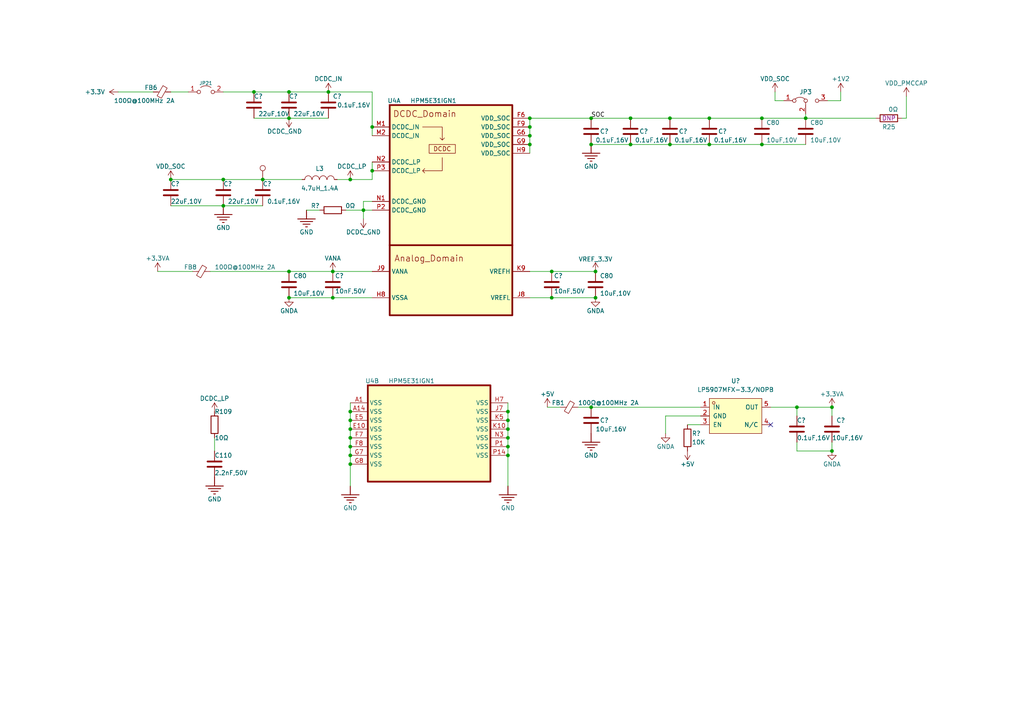
<source format=kicad_sch>
(kicad_sch (version 20230121) (generator eeschema)
  (paper "A4")
  (title_block (title "HPM5E00EVK") (date "2024-04-06") (rev "RevB") (comment 1 "MCU_POWER"))
  (junction (at 101.6 127))
  (junction (at 101.6 129.54))
  (junction (at 160.02 78.74))
  (junction (at 95.25 26.67))
  (junction (at 83.82 78.74))
  (junction (at 153.67 41.91))
  (junction (at 147.32 121.92))
  (junction (at 101.6 52.07))
  (junction (at 101.6 119.38))
  (junction (at 172.72 86.36))
  (junction (at 147.32 124.46))
  (junction (at 96.52 86.36))
  (junction (at 233.68 34.29))
  (junction (at 220.98 41.91))
  (junction (at 205.74 34.29))
  (junction (at 147.32 132.08))
  (junction (at 153.67 36.83))
  (junction (at 160.02 86.36))
  (junction (at 83.82 26.67))
  (junction (at 83.82 34.29))
  (junction (at 147.32 127))
  (junction (at 107.95 36.83))
  (junction (at 220.98 34.29))
  (junction (at 101.6 134.62))
  (junction (at 182.88 41.91))
  (junction (at 83.82 86.36))
  (junction (at 182.88 34.29))
  (junction (at 241.3 130.81))
  (junction (at 172.72 78.74))
  (junction (at 171.45 34.29))
  (junction (at 147.32 119.38))
  (junction (at 205.74 41.91))
  (junction (at 49.53 52.07))
  (junction (at 241.3 118.11))
  (junction (at 76.2 52.07))
  (junction (at 153.67 39.37))
  (junction (at 73.66 26.67))
  (junction (at 231.14 118.11))
  (junction (at 194.31 34.29))
  (junction (at 96.52 78.74))
  (junction (at 64.77 52.07))
  (junction (at 107.95 49.53))
  (junction (at 171.45 118.11))
  (junction (at 101.6 121.92))
  (junction (at 101.6 132.08))
  (junction (at 101.6 124.46))
  (junction (at 105.41 60.96))
  (junction (at 153.67 34.29))
  (junction (at 194.31 41.91))
  (junction (at 171.45 41.91))
  (junction (at 64.77 59.69))
  (junction (at 147.32 129.54))
  (no_connect (at 223.52 123.19))
  (wire (pts (xy 49.53 26.67) (xy 54.61 26.67)))
  (wire (pts (xy 158.75 118.11) (xy 162.56 118.11)))
  (wire (pts (xy 153.67 34.29) (xy 171.45 34.29)))
  (wire (pts (xy 100.33 60.96) (xy 105.41 60.96)))
  (wire (pts (xy 231.14 130.81) (xy 241.3 130.81)))
  (wire (pts (xy 227.33 29.21) (xy 224.79 29.21)))
  (wire (pts (xy 88.9 60.96) (xy 92.71 60.96)))
  (wire (pts (xy 167.64 118.11) (xy 171.45 118.11)))
  (wire (pts (xy 147.32 127) (xy 147.32 129.54)))
  (wire (pts (xy 171.45 34.29) (xy 182.88 34.29)))
  (wire (pts (xy 194.31 34.29) (xy 182.88 34.29)))
  (wire (pts (xy 231.14 128.27) (xy 231.14 130.81)))
  (wire (pts (xy 101.6 124.46) (xy 101.6 127)))
  (wire (pts (xy 147.32 116.84) (xy 147.32 119.38)))
  (wire (pts (xy 107.95 46.99) (xy 107.95 49.53)))
  (wire (pts (xy 160.02 86.36) (xy 172.72 86.36)))
  (wire (pts (xy 83.82 34.29) (xy 95.25 34.29)))
  (wire (pts (xy 96.52 86.36) (xy 107.95 86.36)))
  (wire (pts (xy 60.96 78.74) (xy 83.82 78.74)))
  (wire (pts (xy 153.67 78.74) (xy 160.02 78.74)))
  (wire (pts (xy 107.95 49.53) (xy 107.95 52.07)))
  (wire (pts (xy 49.53 52.07) (xy 64.77 52.07)))
  (wire (pts (xy 194.31 41.91) (xy 182.88 41.91)))
  (wire (pts (xy 107.95 26.67) (xy 107.95 36.83)))
  (wire (pts (xy 101.6 116.84) (xy 101.6 119.38)))
  (wire (pts (xy 76.2 52.07) (xy 87.63 52.07)))
  (wire (pts (xy 262.89 27.94) (xy 262.89 34.29)))
  (wire (pts (xy 64.77 59.69) (xy 76.2 59.69)))
  (wire (pts (xy 105.41 60.96) (xy 105.41 63.5)))
  (wire (pts (xy 97.79 52.07) (xy 101.6 52.07)))
  (wire (pts (xy 105.41 60.96) (xy 105.41 58.42)))
  (wire (pts (xy 171.45 118.11) (xy 203.2 118.11)))
  (wire (pts (xy 205.74 41.91) (xy 220.98 41.91)))
  (wire (pts (xy 147.32 129.54) (xy 147.32 132.08)))
  (wire (pts (xy 49.53 59.69) (xy 64.77 59.69)))
  (wire (pts (xy 243.84 26.67) (xy 243.84 29.21)))
  (wire (pts (xy 224.79 26.67) (xy 224.79 29.21)))
  (wire (pts (xy 101.6 132.08) (xy 101.6 134.62)))
  (wire (pts (xy 241.3 120.65) (xy 241.3 118.11)))
  (wire (pts (xy 83.82 86.36) (xy 96.52 86.36)))
  (wire (pts (xy 147.32 132.08) (xy 147.32 140.97)))
  (wire (pts (xy 96.52 78.74) (xy 107.95 78.74)))
  (wire (pts (xy 153.67 34.29) (xy 153.67 36.83)))
  (wire (pts (xy 231.14 118.11) (xy 231.14 120.65)))
  (wire (pts (xy 73.66 34.29) (xy 83.82 34.29)))
  (wire (pts (xy 220.98 34.29) (xy 233.68 34.29)))
  (wire (pts (xy 105.41 60.96) (xy 107.95 60.96)))
  (wire (pts (xy 233.68 33.02) (xy 233.68 34.29)))
  (wire (pts (xy 101.6 129.54) (xy 101.6 132.08)))
  (wire (pts (xy 95.25 26.67) (xy 107.95 26.67)))
  (wire (pts (xy 153.67 41.91) (xy 153.67 44.45)))
  (wire (pts (xy 101.6 121.92) (xy 101.6 124.46)))
  (wire (pts (xy 241.3 128.27) (xy 241.3 130.81)))
  (wire (pts (xy 45.72 78.74) (xy 55.88 78.74)))
  (wire (pts (xy 101.6 127) (xy 101.6 129.54)))
  (wire (pts (xy 160.02 78.74) (xy 172.72 78.74)))
  (wire (pts (xy 243.84 29.21) (xy 240.03 29.21)))
  (wire (pts (xy 62.23 130.81) (xy 62.23 127)))
  (wire (pts (xy 203.2 123.19) (xy 199.39 123.19)))
  (wire (pts (xy 107.95 36.83) (xy 107.95 39.37)))
  (wire (pts (xy 182.88 41.91) (xy 171.45 41.91)))
  (wire (pts (xy 223.52 118.11) (xy 231.14 118.11)))
  (wire (pts (xy 153.67 36.83) (xy 153.67 39.37)))
  (wire (pts (xy 220.98 41.91) (xy 233.68 41.91)))
  (wire (pts (xy 153.67 39.37) (xy 153.67 41.91)))
  (wire (pts (xy 153.67 86.36) (xy 160.02 86.36)))
  (wire (pts (xy 73.66 26.67) (xy 83.82 26.67)))
  (wire (pts (xy 83.82 26.67) (xy 95.25 26.67)))
  (wire (pts (xy 233.68 34.29) (xy 254 34.29)))
  (wire (pts (xy 193.04 120.65) (xy 193.04 125.73)))
  (wire (pts (xy 105.41 58.42) (xy 107.95 58.42)))
  (wire (pts (xy 231.14 118.11) (xy 241.3 118.11)))
  (wire (pts (xy 34.29 26.67) (xy 44.45 26.67)))
  (wire (pts (xy 203.2 120.65) (xy 193.04 120.65)))
  (wire (pts (xy 101.6 119.38) (xy 101.6 121.92)))
  (wire (pts (xy 83.82 78.74) (xy 96.52 78.74)))
  (wire (pts (xy 194.31 41.91) (xy 205.74 41.91)))
  (wire (pts (xy 147.32 119.38) (xy 147.32 121.92)))
  (wire (pts (xy 147.32 121.92) (xy 147.32 124.46)))
  (wire (pts (xy 64.77 52.07) (xy 76.2 52.07)))
  (wire (pts (xy 64.77 26.67) (xy 73.66 26.67)))
  (wire (pts (xy 261.62 34.29) (xy 262.89 34.29)))
  (wire (pts (xy 194.31 34.29) (xy 205.74 34.29)))
  (wire (pts (xy 205.74 34.29) (xy 220.98 34.29)))
  (wire (pts (xy 147.32 124.46) (xy 147.32 127)))
  (wire (pts (xy 101.6 134.62) (xy 101.6 140.97)))
  (wire (pts (xy 101.6 52.07) (xy 107.95 52.07)))
  (label "SOC" (at 171.45 34.29 0))
  (symbol (lib_id "02_HPM_Resistor:0Ω_0603") (at 257.81 34.29 0) (unit 1)
    (property "Reference" "R25" (at 257.81 36.83 0))
    (property "Value" "0Ω" (at 259.08 31.75 0))
    (property "Footprint" "02_HPM_Resistor:R_0603_1608Metric" (effects hide))
    (property "Model" "0603WAF0000T5E" (effects hide))
    (property "Company" "UNI-ROYAL(厚声)" (effects hide))
    (property "ASSY_OPT" "DNP" (at 257.81 34.29 0))
  )
  (symbol (lib_id "03_HPM_Capacitance:10nF,50V_0402") (at 96.52 82.55 0) (unit 1)
    (property "Reference" "C?" (at 97.155 80.01 0) (effects (justify left)))
    (property "Value" "10nF,50V" (at 97.155 84.455 0) (effects (justify left)))
    (property "Footprint" "03_HPM_Capacitance:C_0402_1005Metric" (effects hide))
    (property "Model" " CL05B103KB5NNNC" (effects hide))
    (property "Company" "SAMSUNG(三星)" (effects hide))
    (instances (project "HPM5E00EVKRevC" (path "" (reference "C?") (unit 1)) (path "" (reference "C?") (unit 1)) (path "" (reference "C?") (unit 1)) (path "" (reference "C145") (unit 1)) (path "" (reference "C107") (unit 1))))
  )
  (symbol (lib_id "00_HPM_power:GND") (at 101.6 140.97 0) (unit 1)
    (property "Reference" "#PWR?" (effects hide))
    (property "Value" "GND" (at 101.6 147.32 0))
    (instances (project "HPM5300-POWER" (path "" (reference "#PWR?") (unit 1))) (project "HPM6E00 SKT Board BGA289_BDIF REVA" (path "" (reference "#PWR?") (unit 1))) (project "HPM5E00EVKRevC" (path "" (reference "#PWR0159") (unit 1))) (project "HPM5300 SKT Board LQFP100 REVA" (path "" (reference "#PWR?") (unit 1))))
  )
  (symbol (lib_id "00_HPM_power:GND") (at 171.45 125.73 0) (unit 1)
    (property "Reference" "#PWR?" (effects hide))
    (property "Value" "GND" (at 171.45 132.08 0))
    (instances (project "HPM5300-POWER" (path "" (reference "#PWR?") (unit 1))) (project "HPM6E00 SKT Board BGA289_BDIF REVA" (path "" (reference "#PWR?") (unit 1))) (project "HPM5E00EVKRevC" (path "" (reference "#PWR0288") (unit 1))) (project "HPM5300 SKT Board LQFP100 REVA" (path "" (reference "#PWR?") (unit 1))))
  )
  (symbol (lib_id "power:+3.3VA") (at 241.3 118.11 0) (unit 1)
    (property "Reference" "#PWR?" (effects hide))
    (property "Value" "+3.3VA" (at 241.3 114.3 0))
    (instances (project "HPM5300-POWER" (path "" (reference "#PWR?") (unit 1))) (project "HPM6E00 SKT Board BGA289_BDIF REVA" (path "" (reference "#PWR?") (unit 1))) (project "HPM5E00EVKRevC" (path "" (reference "#PWR02") (unit 1)) (path "" (reference "#PWR0287") (unit 1))) (project "HPM5300 SKT Board LQFP100 REVA" (path "" (reference "#PWR?") (unit 1))))
  )
  (symbol (lib_id "01-HPM-Peripheral:TestPoint-0.5mm") (at 76.2 52.07 0) (unit 1)
    (property "Reference" "TP58" (effects hide))
    (property "Value" "0.5mm" (effects hide))
    (property "Footprint" "01_HPM_Peripheral:TestPoint_Pad_D0.5mm" (effects hide))
  )
  (symbol (lib_id "03_HPM_Capacitance:22uF,10V_0603") (at 73.66 30.48 0) (unit 1)
    (property "Reference" "C?" (at 73.66 27.94 0) (effects (justify left)))
    (property "Value" "22uF,10V" (at 74.93 33.02 0) (effects (justify left)))
    (property "Footprint" "03_HPM_Capacitance:C_0603_1608Metric" (effects hide))
    (property "Model" " CL10A226MP8NUNE" (effects hide))
    (property "Company" " SAMSUNG(三星)" (effects hide))
    (instances (project "HPM6E00 SKT Board BGA289_BDIF REVA" (path "" (reference "C?") (unit 1))) (project "HPM5E00EVKRevC" (path "" (reference "C96") (unit 1))))
  )
  (symbol (lib_id "98_POWER:DCDC_GND") (at 83.82 34.29 0) (mirror x) (unit 1)
    (property "Reference" "#PWR?" (effects hide))
    (property "Value" "DCDC_GND" (at 82.55 38.1 0))
    (instances (project "HPM6E00 SKT Board BGA289_BDIF REVA" (path "" (reference "#PWR?") (unit 1))) (project "HPM5E00EVKRevC" (path "" (reference "#PWR0146") (unit 1))))
  )
  (symbol (lib_id "03_HPM_Capacitance:0.1uF,16V_0402") (at 231.14 124.46 0) (unit 1)
    (property "Reference" "C?" (at 231.14 121.92 0) (effects (justify left)))
    (property "Value" "0.1uF,16V" (at 231.14 127 0) (effects (justify left)))
    (property "Footprint" "03_HPM_Capacitance:C_0402_1005Metric" (effects hide))
    (property "Model" "CL05B104KO5NNNC" (effects hide))
    (property "Company" "SAMSUNG(三星)" (effects hide))
    (instances (project "HPM5300-POWER" (path "" (reference "C?") (unit 1))) (project "HPM6E00 SKT Board BGA289_BDIF REVA" (path "" (reference "C?") (unit 1))) (project "HPM5E00EVKRevC" (path "" (reference "C6") (unit 1)) (path "" (reference "C154") (unit 1))) (project "HPM5300 SKT Board LQFP100 REVA" (path "" (reference "C?") (unit 1))))
  )
  (symbol (lib_id "00_HPM_power:+3.3V") (at 34.29 26.67 90) (unit 1)
    (property "Reference" "#PWR?" (effects hide))
    (property "Value" "+3.3V" (at 30.48 26.67 90) (effects (justify left)))
    (instances (project "HPM5300-POWER" (path "" (reference "#PWR?") (unit 1))) (project "HPM6E00 SKT Board BGA289_BDIF REVA" (path "" (reference "#PWR?") (unit 1))) (project "HPM5E00EVKRevC" (path "" (reference "#PWR0144") (unit 1))) (project "HPM5300 SKT Board LQFP100 REVA" (path "" (reference "#PWR?") (unit 1))))
  )
  (symbol (lib_id "03_HPM_Capacitance:0.1uF,16V_0402") (at 182.88 38.1 0) (unit 1)
    (property "Reference" "C?" (at 185.42 38.1 0) (effects (justify left)))
    (property "Value" "0.1uF,16V" (at 184.15 40.64 0) (effects (justify left)))
    (property "Footprint" "03_HPM_Capacitance:C_0402_1005Metric" (effects hide))
    (property "Model" "CL05B104KO5NNNC" (effects hide))
    (property "Company" "SAMSUNG(三星)" (effects hide))
    (instances (project "HPM5300-POWER" (path "" (reference "C?") (unit 1))) (project "HPM6E00 SKT Board BGA289_BDIF REVA" (path "" (reference "C?") (unit 1))) (project "HPM5E00EVKRevC" (path "" (reference "C93") (unit 1))) (project "HPM5300 SKT Board LQFP100 REVA" (path "" (reference "C?") (unit 1))))
  )
  (symbol (lib_id "03_HPM_Capacitance:0.1uF,16V_0402") (at 171.45 38.1 0) (unit 1)
    (property "Reference" "C?" (at 173.99 38.1 0) (effects (justify left)))
    (property "Value" "0.1uF,16V" (at 172.72 40.64 0) (effects (justify left)))
    (property "Footprint" "03_HPM_Capacitance:C_0402_1005Metric" (effects hide))
    (property "Model" "CL05B104KO5NNNC" (effects hide))
    (property "Company" "SAMSUNG(三星)" (effects hide))
    (instances (project "HPM5300-POWER" (path "" (reference "C?") (unit 1))) (project "HPM6E00 SKT Board BGA289_BDIF REVA" (path "" (reference "C?") (unit 1))) (project "HPM5E00EVKRevC" (path "" (reference "C92") (unit 1))) (project "HPM5300 SKT Board LQFP100 REVA" (path "" (reference "C?") (unit 1))))
  )
  (symbol (lib_id "03_HPM_Capacitance:10uF,16V_0603") (at 241.3 124.46 0) (unit 1)
    (property "Reference" "C?" (at 242.57 121.92 0) (effects (justify left)))
    (property "Value" "10uF,16V" (at 241.3 127 0) (effects (justify left)))
    (property "Footprint" "03_HPM_Capacitance:C_0603_1608Metric" (effects hide))
    (property "Model" "CL10A106KO8NQNC" (effects hide))
    (property "Company" " SAMSUNG(三星)" (effects hide))
    (instances (project "HPM5300-POWER" (path "" (reference "C?") (unit 1))) (project "HPM6E00 SKT Board BGA289_BDIF REVA" (path "" (reference "C?") (unit 1))) (project "HPM5E00EVKRevC" (path "" (reference "C7") (unit 1)) (path "" (reference "C155") (unit 1))) (project "HPM5300 SKT Board LQFP100 REVA" (path "" (reference "C?") (unit 1))))
  )
  (symbol (lib_id "98_POWER:VDD_SOC") (at 224.79 26.67 0) (unit 1)
    (property "Reference" "#VDD_SOC_PWR?" (effects hide))
    (property "Value" "VDD_SOC" (at 224.79 22.86 0))
    (instances (project "HPM5300-POWER" (path "" (reference "#VDD_SOC_PWR?") (unit 1))) (project "HPM6E00 SKT Board BGA289_BDIF REVA" (path "" (reference "#VDD_SOC_PWR?") (unit 1))) (project "HPM5E00EVKRevC" (path "" (reference "#VDD_SOC_PWR03") (unit 1))) (project "HPM5300 SKT Board LQFP100 REVA" (path "" (reference "#VDD_SOC_PWR?") (unit 1))))
  )
  (symbol (lib_id "98_POWER:VDD_SOC") (at 49.53 52.07 0) (unit 1)
    (property "Reference" "#VDD_SOC_PWR?" (effects hide))
    (property "Value" "VDD_SOC" (at 49.53 48.26 0))
    (instances (project "HPM5300-POWER" (path "" (reference "#VDD_SOC_PWR?") (unit 1))) (project "HPM6E00 SKT Board BGA289_BDIF REVA" (path "" (reference "#VDD_SOC_PWR?") (unit 1))) (project "HPM5E00EVKRevC" (path "" (reference "#VDD_SOC_PWR01") (unit 1))) (project "HPM5300 SKT Board LQFP100 REVA" (path "" (reference "#VDD_SOC_PWR?") (unit 1))))
  )
  (symbol (lib_id "98_POWER:DCDC_GND") (at 105.41 63.5 0) (mirror x) (unit 1)
    (property "Reference" "#PWR?" (effects hide))
    (property "Value" "DCDC_GND" (at 105.41 67.31 0))
    (instances (project "HPM6E00 SKT Board BGA289_BDIF REVA" (path "" (reference "#PWR?") (unit 1))) (project "HPM5E00EVKRevC" (path "" (reference "#PWR0151") (unit 1))))
  )
  (symbol (lib_id "00_HPM_power:+5V") (at 199.39 130.81 180) (unit 1)
    (property "Reference" "#PWR?" (effects hide))
    (property "Value" "+5V" (at 199.39 134.62 0))
    (instances (project "HPM5300-POWER" (path "" (reference "#PWR?") (unit 1))) (project "HPM6E00 SKT Board BGA289_BDIF REVA" (path "" (reference "#PWR?") (unit 1))) (project "HPM5E00EVKRevC" (path "" (reference "#PWR010") (unit 1)) (path "" (reference "#PWR0289") (unit 1))) (project "HPM5300 SKT Board LQFP100 REVA" (path "" (reference "#PWR?") (unit 1))))
  )
  (symbol (lib_id "98_POWER:DCDC_LP") (at 101.6 52.07 0) (unit 1)
    (property "Reference" "#PWR?" (effects hide))
    (property "Value" "DCDC_LP" (at 97.79 48.26 0) (effects (justify left)))
    (instances (project "HPM6E00 SKT Board BGA289_BDIF REVA" (path "" (reference "#PWR?") (unit 1))) (project "HPM5E00EVKRevC" (path "" (reference "#PWR0148") (unit 1))))
  )
  (symbol (lib_name "Jumper_3_Bridged12_1") (lib_id "01-HPM-Peripheral:Jumper_3_Bridged12") (at 233.68 29.21 0) (unit 1)
    (property "Reference" "JP3" (at 233.68 26.67 0))
    (property "Value" "Jumper_3_Bridged12" (effects hide))
    (property "Footprint" "05_HPM_Connector_PinHeader:PinHeader_1x03_P2.54mm_Vertical" (effects hide))
    (property "Model" "跳帽(2-3)" (effects hide))
  )
  (symbol (lib_id "00_HPM_power:GNDA") (at 241.3 130.81 0) (unit 1)
    (property "Reference" "#PWR?" (effects hide))
    (property "Value" "GNDA" (at 241.3 134.62 0))
    (instances (project "HPM5300-POWER" (path "" (reference "#PWR?") (unit 1))) (project "HPM6E00 SKT Board BGA289_BDIF REVA" (path "" (reference "#PWR?") (unit 1))) (project "HPM5E00EVKRevC" (path "" (reference "#PWR011") (unit 1)) (path "" (reference "#PWR0290") (unit 1))) (project "HPM5300 SKT Board LQFP100 REVA" (path "" (reference "#PWR?") (unit 1))))
  )
  (symbol (lib_id "03_HPM_Capacitance:10uF,10V_0402") (at 220.98 38.1 0) (unit 1)
    (property "Reference" "C80" (at 222.25 35.56 0) (effects (justify left)))
    (property "Value" "10uF,10V" (at 222.25 40.64 0) (effects (justify left)))
    (property "Footprint" "03_HPM_Capacitance:C_0402_1005Metric" (effects hide))
    (property "Model" "CL05A106MP5NUNC" (effects hide))
    (property "Company" " SAMSUNG(三星)" (effects hide))
    (instances (project "HPM5E00EVKRevC" (path "" (reference "C80") (unit 1)) (path "" (reference "C28") (unit 1))))
  )
  (symbol (lib_id "07_HPM_Inductance:磁珠-100Ω@100MHz_2A_0603") (at 162.56 118.11 0) (unit 1)
    (property "Reference" "FB1" (at 160.02 116.84 0) (effects (justify left)))
    (property "Value" "100Ω@100MHz 2A" (at 167.64 116.84 0) (effects (justify left)))
    (property "Footprint" "02_HPM_Resistor:R_0603_1608Metric" (effects hide))
    (property "Model" "PZ1608D101-2R0TF" (effects hide))
    (property "Company" " Sunlord(顺络)" (effects hide))
    (instances (project "HPM5E00EVKRevC" (path "" (reference "FB1") (unit 1)) (path "" (reference "FB5") (unit 1))))
  )
  (symbol (lib_id "00_HPM_power:GND") (at 88.9 60.96 0) (unit 1)
    (property "Reference" "#PWR?" (effects hide))
    (property "Value" "GND" (at 88.9 67.31 0))
    (instances (project "HPM5300-POWER" (path "" (reference "#PWR?") (unit 1))) (project "HPM6E00 SKT Board BGA289_BDIF REVA" (path "" (reference "#PWR?") (unit 1))) (project "HPM5E00EVKRevC" (path "" (reference "#PWR0152") (unit 1))) (project "HPM5300 SKT Board LQFP100 REVA" (path "" (reference "#PWR?") (unit 1))))
  )
  (symbol (lib_id "03_HPM_Capacitance:22uF,10V_0603") (at 49.53 55.88 0) (unit 1)
    (property "Reference" "C?" (at 49.53 53.34 0) (effects (justify left)))
    (property "Value" "22uF,10V" (at 49.53 58.42 0) (effects (justify left)))
    (property "Footprint" "03_HPM_Capacitance:C_0603_1608Metric" (effects hide))
    (property "Model" " CL10A226MP8NUNE" (effects hide))
    (property "Company" " SAMSUNG(三星)" (effects hide))
    (instances (project "HPM6E00 SKT Board BGA289_BDIF REVA" (path "" (reference "C?") (unit 1))) (project "HPM5E00EVKRevC" (path "" (reference "C111") (unit 1))))
  )
  (symbol (lib_id "07_HPM_Inductance:4.7uH_1.4A") (at 92.71 52.07 0) (unit 1)
    (property "Reference" "L3" (at 92.71 48.895 0))
    (property "Value" "4.7uH_1.4A" (at 92.71 54.61 0))
    (property "Footprint" "07_HPM_Inductance:L1008" (effects hide))
    (property "Model" "DFE252010F-4R7M" (effects hide))
    (property "Company" "muRata(村田)" (effects hide))
  )
  (symbol (lib_id "02_HPM_Resistor:10K_0402") (at 199.39 127 90) (unit 1)
    (property "Reference" "R?" (at 200.66 125.73 90) (effects (justify right)))
    (property "Value" "10K" (at 200.66 128.27 90) (effects (justify right)))
    (property "Footprint" "02_HPM_Resistor:R_0402_1005Metric" (effects hide))
    (property "Model" "0402WGF1002TCE" (effects hide))
    (property "Company" "UNI-ROYAL(厚声)" (effects hide))
    (instances (project "HPM5300-POWER" (path "" (reference "R?") (unit 1))) (project "HPM6E00 SKT Board BGA289_BDIF REVA" (path "" (reference "R?") (unit 1))) (project "HPM5E00EVKRevC" (path "" (reference "R1") (unit 1)) (path "" (reference "R23") (unit 1))) (project "HPM5300 SKT Board LQFP100 REVA" (path "" (reference "R?") (unit 1))))
  )
  (symbol (lib_id "00_HPM_power:GND") (at 62.23 138.43 0) (unit 1)
    (property "Reference" "#PWR?" (effects hide))
    (property "Value" "GND" (at 62.23 144.78 0))
    (instances (project "HPM5300-POWER" (path "" (reference "#PWR?") (unit 1))) (project "HPM6E00 SKT Board BGA289_BDIF REVA" (path "" (reference "#PWR?") (unit 1))) (project "HPM5E00EVKRevC" (path "" (reference "#PWR0283") (unit 1))) (project "HPM5300 SKT Board LQFP100 REVA" (path "" (reference "#PWR?") (unit 1))))
  )
  (symbol (lib_id "98_POWER:DCDC_LP") (at 62.23 119.38 0) (unit 1)
    (property "Reference" "#PWR?" (effects hide))
    (property "Value" "DCDC_LP" (at 62.23 115.57 0))
    (instances (project "HPM6E00 SKT Board BGA289_BDIF REVA" (path "" (reference "#PWR?") (unit 1))) (project "HPM5E00EVKRevC" (path "" (reference "#PWR0284") (unit 1))))
  )
  (symbol (lib_id "03_HPM_Capacitance:10uF,10V_0402") (at 233.68 38.1 0) (unit 1)
    (property "Reference" "C80" (at 234.95 35.56 0) (effects (justify left)))
    (property "Value" "10uF,10V" (at 234.95 40.64 0) (effects (justify left)))
    (property "Footprint" "03_HPM_Capacitance:C_0402_1005Metric" (effects hide))
    (property "Model" "CL05A106MP5NUNC" (effects hide))
    (property "Company" " SAMSUNG(三星)" (effects hide))
    (instances (project "HPM5E00EVKRevC" (path "" (reference "C80") (unit 1)) (path "" (reference "C18") (unit 1))))
  )
  (symbol (lib_id "03_HPM_Capacitance:22uF,10V_0603") (at 83.82 30.48 0) (unit 1)
    (property "Reference" "C?" (at 83.82 27.94 0) (effects (justify left)))
    (property "Value" "22uF,10V" (at 85.09 33.02 0) (effects (justify left)))
    (property "Footprint" "03_HPM_Capacitance:C_0603_1608Metric" (effects hide))
    (property "Model" " CL10A226MP8NUNE" (effects hide))
    (property "Company" " SAMSUNG(三星)" (effects hide))
    (instances (project "HPM6E00 SKT Board BGA289_BDIF REVA" (path "" (reference "C?") (unit 1))) (project "HPM5E00EVKRevC" (path "" (reference "C90") (unit 1))))
  )
  (symbol (lib_id "00_HPM700_Library:HPM5E31IGN1") (at 106.68 111.76 0) (unit 2)
    (property "Reference" "U4" (at 107.95 110.49 0))
    (property "Value" "HPM5E31IGN1" (at 119.38 110.49 0))
    (property "Footprint" "00_HPM_Library:BGA-196_14x14_12.0x12.0mm_P0.8mm" (effects hide))
  )
  (symbol (lib_id "00_HPM_power:+1V2") (at 243.84 26.67 0) (unit 1)
    (property "Reference" "#PWR0254" (effects hide))
    (property "Value" "+1V2" (at 243.84 22.86 0))
    (instances (project "HPM5E00EVKRevC" (path "" (reference "#PWR0254") (unit 1)) (path "" (reference "#PWR0278") (unit 1))))
  )
  (symbol (lib_id "07_HPM_Inductance:磁珠-100Ω@100MHz_2A_0603") (at 44.45 26.67 0) (unit 1)
    (property "Reference" "FB6" (at 41.91 25.4 0) (effects (justify left)))
    (property "Value" "100Ω@100MHz 2A" (at 33.02 29.21 0) (effects (justify left)))
    (property "Footprint" "02_HPM_Resistor:R_0603_1608Metric" (effects hide))
    (property "Model" "PZ1608D101-2R0TF" (effects hide))
    (property "Company" " Sunlord(顺络)" (effects hide))
  )
  (symbol (lib_id "power:+3.3VA") (at 45.72 78.74 0) (unit 1)
    (property "Reference" "#PWR?" (effects hide))
    (property "Value" "+3.3VA" (at 45.72 74.93 0))
    (instances (project "HPM5300-POWER" (path "" (reference "#PWR?") (unit 1))) (project "HPM6E00 SKT Board BGA289_BDIF REVA" (path "" (reference "#PWR?") (unit 1))) (project "HPM5E00EVKRevC" (path "" (reference "#PWR02") (unit 1)) (path "" (reference "#PWR0153") (unit 1))) (project "HPM5300 SKT Board LQFP100 REVA" (path "" (reference "#PWR?") (unit 1))))
  )
  (symbol (lib_id "00_HPM_power:GND") (at 64.77 59.69 0) (unit 1)
    (property "Reference" "#PWR?" (effects hide))
    (property "Value" "GND" (at 64.77 66.04 0))
    (instances (project "HPM5300-POWER" (path "" (reference "#PWR?") (unit 1))) (project "HPM6E00 SKT Board BGA289_BDIF REVA" (path "" (reference "#PWR?") (unit 1))) (project "HPM5E00EVKRevC" (path "" (reference "#PWR0149") (unit 1))) (project "HPM5300 SKT Board LQFP100 REVA" (path "" (reference "#PWR?") (unit 1))))
  )
  (symbol (lib_id "03_HPM_Capacitance:0.1uF,16V_0402") (at 205.74 38.1 0) (unit 1)
    (property "Reference" "C?" (at 208.28 38.1 0) (effects (justify left)))
    (property "Value" "0.1uF,16V" (at 207.01 40.64 0) (effects (justify left)))
    (property "Footprint" "03_HPM_Capacitance:C_0402_1005Metric" (effects hide))
    (property "Model" "CL05B104KO5NNNC" (effects hide))
    (property "Company" "SAMSUNG(三星)" (effects hide))
    (instances (project "HPM5300-POWER" (path "" (reference "C?") (unit 1))) (project "HPM6E00 SKT Board BGA289_BDIF REVA" (path "" (reference "C?") (unit 1))) (project "HPM5E00EVKRevC" (path "" (reference "C97") (unit 1))) (project "HPM5300 SKT Board LQFP100 REVA" (path "" (reference "C?") (unit 1))))
  )
  (symbol (lib_id "98_POWER:DCDC_IN") (at 95.25 26.67 0) (unit 1)
    (property "Reference" "#PWR?" (effects hide))
    (property "Value" "DCDC_IN" (at 95.25 22.86 0))
    (instances (project "HPM6E00 SKT Board BGA289_BDIF REVA" (path "" (reference "#PWR?") (unit 1))) (project "HPM5E00EVKRevC" (path "" (reference "#PWR0145") (unit 1))))
  )
  (symbol (lib_id "98_POWER:VANA") (at 96.52 78.74 0) (unit 1)
    (property "Reference" "#PWR?" (effects hide))
    (property "Value" "VANA" (at 96.52 74.93 0))
    (instances (project "HPM5300-POWER" (path "" (reference "#PWR?") (unit 1))) (project "HPM6E00 SKT Board BGA289_BDIF REVA" (path "" (reference "#PWR?") (unit 1))) (project "HPM5E00EVKRevC" (path "" (reference "#PWR0154") (unit 1))) (project "HPM5300 SKT Board LQFP100 REVA" (path "" (reference "#PWR?") (unit 1))))
  )
  (symbol (lib_id "00_HPM_power:+5V") (at 158.75 118.11 0) (unit 1)
    (property "Reference" "#PWR?" (effects hide))
    (property "Value" "+5V" (at 158.75 114.3 0))
    (instances (project "HPM5300-POWER" (path "" (reference "#PWR?") (unit 1))) (project "HPM6E00 SKT Board BGA289_BDIF REVA" (path "" (reference "#PWR?") (unit 1))) (project "HPM5E00EVKRevC" (path "" (reference "#PWR01") (unit 1)) (path "" (reference "#PWR0231") (unit 1))) (project "HPM5300 SKT Board LQFP100 REVA" (path "" (reference "#PWR?") (unit 1))))
  )
  (symbol (lib_id "00_HPM_power:GND") (at 147.32 140.97 0) (unit 1)
    (property "Reference" "#PWR?" (effects hide))
    (property "Value" "GND" (at 147.32 147.32 0))
    (instances (project "HPM5300-POWER" (path "" (reference "#PWR?") (unit 1))) (project "HPM6E00 SKT Board BGA289_BDIF REVA" (path "" (reference "#PWR?") (unit 1))) (project "HPM5E00EVKRevC" (path "" (reference "#PWR0160") (unit 1))) (project "HPM5300 SKT Board LQFP100 REVA" (path "" (reference "#PWR?") (unit 1))))
  )
  (symbol (lib_id "02_HPM_Resistor:10Ω_0402") (at 62.23 123.19 90) (unit 1)
    (property "Reference" "R109" (at 62.23 119.38 90) (effects (justify right)))
    (property "Value" "10Ω" (at 62.23 127 90) (effects (justify right)))
    (property "Footprint" "02_HPM_Resistor:R_0402_1005Metric" (effects hide))
    (property "Model" "0402WGF100JTCE" (effects hide))
    (property "Company" "UNI-ROYAL(厚声)" (effects hide))
  )
  (symbol (lib_id "03_HPM_Capacitance:0.1uF,16V_0402") (at 194.31 38.1 0) (unit 1)
    (property "Reference" "C?" (at 196.85 38.1 0) (effects (justify left)))
    (property "Value" "0.1uF,16V" (at 195.58 40.64 0) (effects (justify left)))
    (property "Footprint" "03_HPM_Capacitance:C_0402_1005Metric" (effects hide))
    (property "Model" "CL05B104KO5NNNC" (effects hide))
    (property "Company" "SAMSUNG(三星)" (effects hide))
    (instances (project "HPM5300-POWER" (path "" (reference "C?") (unit 1))) (project "HPM6E00 SKT Board BGA289_BDIF REVA" (path "" (reference "C?") (unit 1))) (project "HPM5E00EVKRevC" (path "" (reference "C94") (unit 1))) (project "HPM5300 SKT Board LQFP100 REVA" (path "" (reference "C?") (unit 1))))
  )
  (symbol (lib_id "02_HPM_Resistor:0Ω_0805") (at 96.52 60.96 0) (unit 1)
    (property "Reference" "R?" (at 91.44 59.69 0))
    (property "Value" "0Ω" (at 101.6 59.69 0))
    (property "Footprint" "02_HPM_Resistor:R_0805_2012Metric" (effects hide))
    (property "Model" "RS-05000JT" (effects hide))
    (property "Company" "FH(风华)" (effects hide))
    (instances (project "HPM6E00 SKT Board BGA289_BDIF REVA" (path "" (reference "R?") (unit 1))) (project "HPM5E00EVKRevC" (path "" (reference "R100") (unit 1))))
  )
  (symbol (lib_id "07_HPM_Inductance:磁珠-100Ω@100MHz_2A_0603") (at 55.88 78.74 0) (unit 1)
    (property "Reference" "FB8" (at 53.34 77.47 0) (effects (justify left)))
    (property "Value" "100Ω@100MHz 2A" (at 62.23 77.47 0) (effects (justify left)))
    (property "Footprint" "02_HPM_Resistor:R_0603_1608Metric" (effects hide))
    (property "Model" "PZ1608D101-2R0TF" (effects hide))
    (property "Company" " Sunlord(顺络)" (effects hide))
  )
  (symbol (lib_id "08_HPM_Power_IC:LP5907MFX-3.3/NOPB") (at 213.36 120.65 0) (unit 1)
    (property "Reference" "U?" (at 213.36 110.49 0))
    (property "Value" "LP5907MFX-3.3/NOPB" (at 213.36 113.03 0))
    (property "Footprint" "06_HPM_SOT:SOT-23-5" (effects hide))
    (property "Model" "LP5907MFX-3.3/NOPB" (effects hide))
    (property "Company" "TI" (effects hide))
    (instances (project "HPM6E00 SKT Board BGA289_BDIF REVA" (path "" (reference "U?") (unit 1))) (project "HPM5E00EVKRevC" (path "" (reference "U1") (unit 1)) (path "" (reference "U13") (unit 1))))
  )
  (symbol (lib_id "03_HPM_Capacitance:2.2nF,50V_0402") (at 62.23 134.62 0) (unit 1)
    (property "Reference" "C110" (at 62.23 132.08 0) (effects (justify left)))
    (property "Value" "2.2nF,50V" (at 62.23 137.16 0) (effects (justify left)))
    (property "Footprint" "03_HPM_Capacitance:C_0402_1005Metric" (effects hide))
    (property "Model" " CL05B222KB5NNNC" (effects hide))
    (property "Company" "SAMSUNG(三星)" (effects hide))
  )
  (symbol (lib_id "00_HPM_power:GND") (at 171.45 41.91 0) (unit 1)
    (property "Reference" "#PWR?" (effects hide))
    (property "Value" "GND" (at 171.45 48.26 0))
    (instances (project "HPM5300-POWER" (path "" (reference "#PWR?") (unit 1))) (project "HPM6E00 SKT Board BGA289_BDIF REVA" (path "" (reference "#PWR?") (unit 1))) (project "HPM5E00EVKRevC" (path "" (reference "#PWR0147") (unit 1))) (project "HPM5300 SKT Board LQFP100 REVA" (path "" (reference "#PWR?") (unit 1))))
  )
  (symbol (lib_id "03_HPM_Capacitance:10uF,10V_0402") (at 172.72 82.55 0) (unit 1)
    (property "Reference" "C80" (at 173.99 80.01 0) (effects (justify left)))
    (property "Value" "10uF,10V" (at 173.99 85.09 0) (effects (justify left)))
    (property "Footprint" "03_HPM_Capacitance:C_0402_1005Metric" (effects hide))
    (property "Model" "CL05A106MP5NUNC" (effects hide))
    (property "Company" " SAMSUNG(三星)" (effects hide))
    (instances (project "HPM5E00EVKRevC" (path "" (reference "C80") (unit 1)) (path "" (reference "C109") (unit 1))))
  )
  (symbol (lib_id "00_HPM700_Library:HPM5E31IGN1") (at 113.03 30.48 0) (unit 1)
    (property "Reference" "U4" (at 114.3 29.21 0))
    (property "Value" "HPM5E31IGN1" (at 125.73 29.21 0))
    (property "Footprint" "00_HPM_Library:BGA-196_14x14_12.0x12.0mm_P0.8mm" (effects hide))
  )
  (symbol (lib_id "03_HPM_Capacitance:4.7uF,16V_0603") (at 171.45 121.92 0) (unit 1)
    (property "Reference" "C?" (at 173.99 121.92 0) (effects (justify left)))
    (property "Value" "10uF,16V" (at 172.72 124.46 0) (effects (justify left)))
    (property "Footprint" "03_HPM_Capacitance:C_0603_1608Metric" (effects hide))
    (property "Model" "CL10A106KO8NQNC" (effects hide))
    (property "Company" " SAMSUNG(三星)" (effects hide))
    (instances (project "HPM5300-POWER" (path "" (reference "C?") (unit 1))) (project "HPM6E00 SKT Board BGA289_BDIF REVA" (path "" (reference "C?") (unit 1))) (project "HPM5E00EVKRevC" (path "" (reference "C1") (unit 1)) (path "" (reference "C153") (unit 1))) (project "HPM5300 SKT Board LQFP100 REVA" (path "" (reference "C?") (unit 1))))
  )
  (symbol (lib_id "03_HPM_Capacitance:22uF,10V_0603") (at 64.77 55.88 0) (unit 1)
    (property "Reference" "C?" (at 64.77 53.34 0) (effects (justify left)))
    (property "Value" "22uF,10V" (at 66.04 58.42 0) (effects (justify left)))
    (property "Footprint" "03_HPM_Capacitance:C_0603_1608Metric" (effects hide))
    (property "Model" " CL10A226MP8NUNE" (effects hide))
    (property "Company" " SAMSUNG(三星)" (effects hide))
    (instances (project "HPM6E00 SKT Board BGA289_BDIF REVA" (path "" (reference "C?") (unit 1))) (project "HPM5E00EVKRevC" (path "" (reference "C102") (unit 1))))
  )
  (symbol (lib_id "00_HPM_power:VREF_3.3V") (at 172.72 78.74 0) (unit 1)
    (property "Reference" "#PWR?" (effects hide))
    (property "Value" "VREF_3.3V" (at 172.72 75.184 0))
    (instances (project "HPM5E00EVKRevC" (path "" (reference "#PWR?") (unit 1)) (path "" (reference "#PWR0155") (unit 1))))
  )
  (symbol (lib_id "00_HPM_power:GNDA") (at 172.72 86.36 0) (unit 1)
    (property "Reference" "#PWR?" (effects hide))
    (property "Value" "GNDA" (at 172.72 90.17 0))
    (instances (project "HPM5300-POWER" (path "" (reference "#PWR?") (unit 1))) (project "HPM6E00 SKT Board BGA289_BDIF REVA" (path "" (reference "#PWR?") (unit 1))) (project "HPM5E00EVKRevC" (path "" (reference "#PWR0157") (unit 1))) (project "HPM5300 SKT Board LQFP100 REVA" (path "" (reference "#PWR?") (unit 1))))
  )
  (symbol (lib_id "00_HPM_power:GNDA") (at 83.82 86.36 0) (unit 1)
    (property "Reference" "#PWR?" (effects hide))
    (property "Value" "GNDA" (at 83.82 90.17 0))
    (instances (project "HPM5300-POWER" (path "" (reference "#PWR?") (unit 1))) (project "HPM6E00 SKT Board BGA289_BDIF REVA" (path "" (reference "#PWR?") (unit 1))) (project "HPM5E00EVKRevC" (path "" (reference "#PWR0156") (unit 1))) (project "HPM5300 SKT Board LQFP100 REVA" (path "" (reference "#PWR?") (unit 1))))
  )
  (symbol (lib_id "00_HPM_power:VDD_PMCCAP") (at 262.89 27.94 0) (unit 1)
    (property "Reference" "#PWR036" (effects hide))
    (property "Value" "VDD_PMCCAP" (at 262.89 24.13 0))
    (instances (project "HPM5E00EVKRevC" (path "" (reference "#PWR036") (unit 1)) (path "" (reference "#PWR0134") (unit 1))))
  )
  (symbol (lib_id "03_HPM_Capacitance:10uF,10V_0402") (at 83.82 82.55 0) (unit 1)
    (property "Reference" "C80" (at 85.09 80.01 0) (effects (justify left)))
    (property "Value" "10uF,10V" (at 85.09 85.09 0) (effects (justify left)))
    (property "Footprint" "03_HPM_Capacitance:C_0402_1005Metric" (effects hide))
    (property "Model" "CL05A106MP5NUNC" (effects hide))
    (property "Company" " SAMSUNG(三星)" (effects hide))
    (instances (project "HPM5E00EVKRevC" (path "" (reference "C80") (unit 1)) (path "" (reference "C106") (unit 1))))
  )
  (symbol (lib_id "00_HPM_power:GNDA") (at 193.04 125.73 0) (unit 1)
    (property "Reference" "#PWR?" (effects hide))
    (property "Value" "GNDA" (at 193.04 129.54 0))
    (instances (project "HPM5300-POWER" (path "" (reference "#PWR?") (unit 1))) (project "HPM6E00 SKT Board BGA289_BDIF REVA" (path "" (reference "#PWR?") (unit 1))) (project "HPM5E00EVKRevC" (path "" (reference "#PWR011") (unit 1)) (path "" (reference "#PWR0291") (unit 1))) (project "HPM5300 SKT Board LQFP100 REVA" (path "" (reference "#PWR?") (unit 1))))
  )
  (symbol (lib_id "03_HPM_Capacitance:0.1uF,16V_0402") (at 76.2 55.88 0) (unit 1)
    (property "Reference" "C?" (at 76.2 53.34 0) (effects (justify left)))
    (property "Value" "0.1uF,16V" (at 77.47 58.42 0) (effects (justify left)))
    (property "Footprint" "03_HPM_Capacitance:C_0402_1005Metric" (effects hide))
    (property "Model" "CL05B104KO5NNNC" (effects hide))
    (property "Company" "SAMSUNG(三星)" (effects hide))
    (instances (project "HPM6E00 SKT Board BGA289_BDIF REVA" (path "" (reference "C?") (unit 1))) (project "HPM5E00EVKRevC" (path "" (reference "C105") (unit 1))))
  )
  (symbol (lib_id "03_HPM_Capacitance:0.1uF,16V_0402") (at 95.25 30.48 0) (unit 1)
    (property "Reference" "C?" (at 96.52 27.94 0) (effects (justify left)))
    (property "Value" "0.1uF,16V" (at 97.79 30.48 0) (effects (justify left)))
    (property "Footprint" "03_HPM_Capacitance:C_0402_1005Metric" (effects hide))
    (property "Model" "CL05B104KO5NNNC" (effects hide))
    (property "Company" "SAMSUNG(三星)" (effects hide))
    (instances (project "HPM6E00 SKT Board BGA289_BDIF REVA" (path "" (reference "C?") (unit 1))) (project "HPM5E00EVKRevC" (path "" (reference "C91") (unit 1))))
  )
  (symbol (lib_id "01-HPM-Peripheral:Jumper_2") (at 59.69 26.67 0) (unit 1)
    (property "Reference" "JP21" (at 59.69 24.13 0) (effects (font (size 1 1))))
    (property "Value" "Jumper_2" (effects hide))
    (property "Footprint" "05_HPM_Connector_PinHeader:PinHeader_1x02_P2.54mm_Vertical" (effects hide))
    (property "Model" "跳帽" (effects hide))
  )
  (symbol (lib_id "03_HPM_Capacitance:10nF,50V_0402") (at 160.02 82.55 0) (unit 1)
    (property "Reference" "C?" (at 160.655 80.01 0) (effects (justify left)))
    (property "Value" "10nF,50V" (at 160.655 84.455 0) (effects (justify left)))
    (property "Footprint" "03_HPM_Capacitance:C_0402_1005Metric" (effects hide))
    (property "Model" " CL05B103KB5NNNC" (effects hide))
    (property "Company" "SAMSUNG(三星)" (effects hide))
    (instances (project "HPM5E00EVKRevC" (path "" (reference "C?") (unit 1)) (path "" (reference "C?") (unit 1)) (path "" (reference "C?") (unit 1)) (path "" (reference "C145") (unit 1)) (path "" (reference "C108") (unit 1))))
  )
)
</source>
